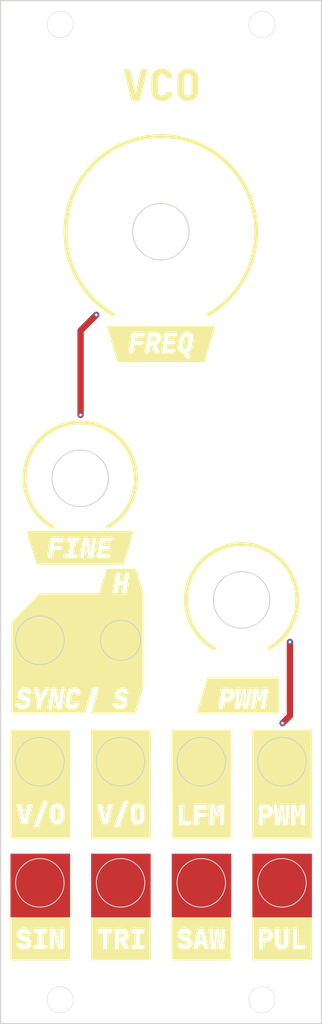
<source format=kicad_pcb>
(kicad_pcb (version 20241229) (generator "pcbnew") (generator_version "9.0")
  (layers (0 "F.Cu" signal) (2 "B.Cu" signal) (13 "F.Paste" user) (15 "B.Paste" user) (5 "F.SilkS" user "F.Silkscreen") (7 "B.SilkS" user "B.Silkscreen") (1 "F.Mask" user) (3 "B.Mask" user) (25 "Edge.Cuts" user))
  (net 0 "")
  (footprint "Eurorack Common:Thonkicon_FP" (layer "F.Cu") (at 34.655 98.12)
    (property "Reference" "J5" (hide yes))
    (property "Value" "JACK_2P" (hide yes))
    (fp_circle (center 0 6.48) (end 3.05 6.48) (stroke (width 0.12)) (fill no) (layer "Edge.Cuts"))
  )
  (footprint "kibuzzard-6913B9D9" (layer "F.Cu") (at 24.545 126.855)
    (property "Reference" "kibuzzard-6913B9D9" (hide yes))
    (property "Value" "G***" (hide yes))
    (fp_poly (pts (xy -3.749715 -2.711187) (xy -3.75 -2.711187) (xy -3.75 2.711187) (xy -3.749715 2.711187) (xy -2.025685 2.711187) (xy -2.025685 1.284247) (xy -2.272688 1.26113) (xy -2.486301 1.191781) (xy -2.660959 1.080051) (xy -2.791096 0.929795) (xy -2.872003 0.745291) (xy -2.898973 0.530822) (xy -2.398973 0.530822) (xy -2.297945 0.755137) (xy -2.179366 0.818065) (xy -2.025685 0.839041) (xy -1.876284 0.818921) (xy -1.763699 0.758562) (xy -1.669521 0.544521) (xy -1.731164 0.354452) (xy -1.912671 0.243151) (xy -2.217466 0.171233) (xy -2.481592 0.070634) (xy -2.684932 -0.094178) (xy -2.81464 -0.31036) (xy -2.857877 -0.565068) (xy -2.833714 -0.772831) (xy -2.761225 -0.94863) (xy -2.640411 -1.092466) (xy -2.47774 -1.199011) (xy -2.27968 -1.262938) (xy -2.046233 -1.284247) (xy -1.812215 -1.262747) (xy -1.612443 -1.19825) (xy -1.446918 -1.090753) (xy -1.32325 -0.946728) (xy -1.249049 -0.772641) (xy -1.224315 -0.568493) (xy -1.724315 -0.568493) (xy -1.809932 -0.77226) (xy -2.046233 -0.84589) (xy -2.275685 -0.773973) (xy -2.357877 -0.582192) (xy -2.298801 -0.422089) (xy -2.121575 -0.332192) (xy -1.806507 -0.260274) (xy -1.623668 -0.199962) (xy -1.467846 -0.105784) (xy -1.339041 0.02226) (xy -1.24296 0.176941) (xy -1.185312 0.351027) (xy -1.166096 0.544521) (xy -1.192209 0.753425) (xy -1.270548 0.934932) (xy -1.39726 1.083476) (xy -1.568493 1.193493) (xy -1.779538 1.261558) (xy -2.025685 1.284247) (xy -2.025685 2.711187) (xy -0.731164 2.711187) (xy -0.731164 1.25) (xy -0.731164 0.787671) (xy -0.234589 0.787671) (xy -0.234589 -0.787671) (xy -0.731164 -0.787671) (xy -0.731164 -1.25) (xy 0.775685 -1.25) (xy 0.775685 -0.787671) (xy 0.27911 -0.787671) (xy 0.27911 0.787671) (xy 0.775685 0.787671) (xy 0.775685 1.25) (xy -0.731164 1.25) (xy -0.731164 2.711187) (xy 1.255137 2.711187) (xy 1.255137 1.25) (xy 1.255137 -1.25) (xy 1.854452 -1.25) (xy 2.501712 0.684932) (xy 2.490582 0.548373) (xy 2.47774 0.392123) (xy 2.465325 0.226027) (xy 2.455479 0.059932) (xy 2.446918 -0.222603) (xy 2.446918 -1.25) (xy 2.898973 -1.25) (xy 2.898973 1.25) (xy 2.299658 1.25) (xy 1.659247 -0.684932) (xy 1.679795 -0.424658) (xy 1.68964 -0.273116) (xy 1.69863 -0.119863) (xy 1.707192 0.15411) (xy 1.707192 1.25) (xy 1.255137 1.25) (xy 1.255137 2.711187) (xy 3.749715 2.711187) (xy 3.75 2.711187) (xy 3.75 -2.711187) (xy 3.749715 -2.711187) (xy -3.749715 -2.711187)) (fill yes) (layer "F.SilkS"))
  )
  (footprint "Eurorack Common:Thonkicon_FP" (layer "F.Cu") (at 44.815 113.335)
    (property "Reference" "J2" (hide yes))
    (property "Value" "JACK_2P" (hide yes))
    (fp_circle (center 0 6.48) (end 3.05 6.48) (stroke (width 0.12)) (fill no) (layer "Edge.Cuts"))
  )
  (footprint "Eurorack Common:Sub-Miniature SPDT_FP" (layer "F.Cu") (at 34.655 89.36 90)
    (property "Reference" "S1" (hide yes))
    (property "Value" "TS-01" (hide yes))
    (fp_circle (center 0 0) (end 2.525 0) (stroke (width 0.12)) (fill no) (layer "Edge.Cuts"))
  )
  (footprint "Eurorack Common:Thonkicon_FP" (layer "F.Cu") (at 34.655 113.335)
    (property "Reference" "J1" (hide yes))
    (property "Value" "JACK_2P" (hide yes))
    (fp_circle (center 0 6.48) (end 3.05 6.48) (stroke (width 0.12)) (fill no) (layer "Edge.Cuts"))
  )
  (footprint "Eurorack Common:Thonkicon_FP" (layer "F.Cu") (at 24.495 98.12)
    (property "Reference" "J3" (hide yes))
    (property "Value" "JACK_2P" (hide yes))
    (fp_circle (center 0 6.48) (end 3.05 6.48) (stroke (width 0.12)) (fill no) (layer "Edge.Cuts"))
  )
  (footprint "Eurorack Common:Thonkicon_FP" (layer "F.Cu") (at 44.815 98.12)
    (property "Reference" "J6" (hide yes))
    (property "Value" "JACK_2P" (hide yes))
    (fp_circle (center 0 6.48) (end 3.05 6.48) (stroke (width 0.12)) (fill no) (layer "Edge.Cuts"))
  )
  (footprint "Eurorack Common:Thonkicon_FP" (layer "F.Cu") (at 24.495 82.88)
    (property "Reference" "J4" (hide yes))
    (property "Value" "JACK_2P" (hide yes))
    (fp_circle (center 0 6.48) (end 3.05 6.48) (stroke (width 0.12)) (fill no) (layer "Edge.Cuts"))
  )
  (footprint "Eurorack Common:Alpha Potentiometer_FP" (layer "F.Cu") (at 27.07 76.615)
    (property "Reference" "RV4" (hide yes))
    (property "Value" "100k" (hide yes))
    (fp_circle (center 2.5 -7.61) (end 6.05 -7.61) (stroke (width 0.12)) (fill no) (layer "Edge.Cuts"))
  )
  (footprint "kibuzzard-69145C96" (layer "F.Cu") (at 33.28 96.245)
    (property "Reference" "kibuzzard-69145C96" (hide yes))
    (property "Value" "G***" (hide yes))
    (fp_poly (pts (xy 0.439355 -2.283105) (xy -0.987586 -2.283105) (xy -2.357449 2.283105) (xy -0.987586 2.283105) (xy 0.439355 2.283105) (xy 1.227026 2.283105) (xy 1.227026 1.712329) (xy 0.989013 1.688784) (xy 0.78867 1.618151) (xy 0.631564 1.504709) (xy 0.523259 1.35274) (xy 0.468893 1.168664) (xy 0.473602 0.958904) (xy 0.973602 0.958904) (xy 1.040382 1.183219) (xy 1.148687 1.246147) (xy 1.298944 1.267123) (xy 1.447917 1.246147) (xy 1.572917 1.183219) (xy 1.703054 0.972603) (xy 1.672232 0.782534) (xy 1.507848 0.671233) (xy 1.213328 0.599315) (xy 0.964612 0.498716) (xy 0.786958 0.333904) (xy 0.691495 0.117723) (xy 0.689355 -0.136986) (xy 0.748525 -0.348174) (xy 0.848411 -0.525114) (xy 0.989013 -0.667808) (xy 1.165763 -0.772451) (xy 1.374096 -0.835236) (xy 1.614013 -0.856164) (xy 1.841324 -0.833476) (xy 2.030108 -0.765411) (xy 2.176941 -0.657106) (xy 2.278396 -0.513699) (xy 2.32891 -0.339897) (xy 2.322917 -0.140411) (xy 1.822917 -0.140411) (xy 1.769834 -0.344178) (xy 1.545519 -0.417808) (xy 1.304081 -0.34589) (xy 1.19278 -0.15411) (xy 1.22617 0.005993) (xy 1.387985 0.09589) (xy 1.69278 0.167808) (xy 1.940639 0.270976) (xy 2.115725 0.450342) (xy 2.207763 0.68964) (xy 2.206478 0.972603) (xy 2.147498 1.190068) (xy 2.043617 1.372146) (xy 1.894834 1.518836) (xy 1.706478 1.626332) (xy 1.483876 1.69083) (xy 1.227026 1.712329) (xy 1.227026 2.283105) (xy 2.357163 2.283105) (xy 2.357449 2.283105) (xy 2.357449 -2.283105) (xy 2.357163 -2.283105) (xy 0.439355 -2.283105)) (fill yes) (layer "F.SilkS"))
  )
  (footprint "Eurorack Common:Thonkicon_FP" (layer "F.Cu") (at 24.495 113.335)
    (property "Reference" "J12" (hide yes))
    (property "Value" "JACK_2P" (hide yes))
    (fp_circle (center 0 6.48) (end 3.05 6.48) (stroke (width 0.12)) (fill no) (layer "Edge.Cuts"))
  )
  (footprint "Eurorack Common:Thonkicon_FP" (layer "F.Cu") (at 54.975 98.12)
    (property "Reference" "J8" (hide yes))
    (property "Value" "JACK_2P" (hide yes))
    (fp_circle (center 0 6.48) (end 3.05 6.48) (stroke (width 0.12)) (fill no) (layer "Edge.Cuts"))
  )
  (footprint "kibuzzard-6913BA18" (layer "F.Cu") (at 34.695 126.855)
    (property "Reference" "kibuzzard-6913BA18" (hide yes))
    (property "Value" "G***" (hide yes))
    (fp_poly (pts (xy -0.226027 -0.140411) (xy 0.068493 -0.140411) (xy 0.220462 -0.161815) (xy 0.333904 -0.226027) (xy 0.428082 -0.465753) (xy 0.404538 -0.608733) (xy 0.333904 -0.715753) (xy 0.220462 -0.782534) (xy 0.068493 -0.804795) (xy -0.226027 -0.804795) (xy -0.226027 -0.140411)) (fill yes) (layer "F.SilkS"))
    (fp_poly (pts (xy -3.749715 -2.676941) (xy -3.75 -2.676941) (xy -3.75 2.676941) (xy -3.749715 2.676941) (xy -2.243151 2.676941) (xy -2.243151 1.25) (xy -2.243151 -0.787671) (xy -2.876712 -0.787671) (xy -2.876712 -1.25) (xy -1.09589 -1.25) (xy -1.09589 -0.787671) (xy -1.729452 -0.787671) (xy -1.729452 1.25) (xy -2.243151 1.25) (xy -2.243151 2.676941) (xy -0.732877 2.676941) (xy -0.732877 1.25) (xy -0.732877 -1.25) (xy 0.068493 -1.25) (xy 0.317637 -1.226884) (xy 0.530822 -1.157534) (xy 0.704195 -1.045377) (xy 0.833904 -0.893836) (xy 0.914812 -0.707192) (xy 0.941781 -0.489726) (xy 0.912243 -0.259418) (xy 0.82363 -0.054795) (xy 0.684503 0.110445) (xy 0.503425 0.222603) (xy 0.976027 1.25) (xy 0.417808 1.25) (xy 0.013699 0.304795) (xy -0.226027 0.304795) (xy -0.226027 1.25) (xy -0.732877 1.25) (xy -0.732877 2.676941) (xy 1.369863 2.676941) (xy 1.369863 1.25) (xy 1.369863 0.787671) (xy 1.866438 0.787671) (xy 1.866438 -0.787671) (xy 1.369863 -0.787671) (xy 1.369863 -1.25) (xy 2.876712 -1.25) (xy 2.876712 -0.787671) (xy 2.380137 -0.787671) (xy 2.380137 0.787671) (xy 2.876712 0.787671) (xy 2.876712 1.25) (xy 1.369863 1.25) (xy 1.369863 2.676941) (xy 3.749715 2.676941) (xy 3.75 2.676941) (xy 3.75 -2.676941) (xy 3.749715 -2.676941) (xy -3.749715 -2.676941)) (fill yes) (layer "F.SilkS"))
  )
  (footprint "kibuzzard-6913BFBE" (layer "F.Cu") (at 34.696667 111.195799)
    (property "Reference" "kibuzzard-6913BFBE" (hide yes))
    (property "Value" "G***" (hide yes))
    (fp_poly (pts (xy 2.114726 0.821918) (xy 2.285959 0.787671) (xy 2.388699 0.684932) (xy 2.422945 0.513699) (xy 2.422945 -0.547945) (xy 2.388699 -0.719178) (xy 2.285959 -0.821918) (xy 2.114726 -0.856164) (xy 1.943493 -0.821918) (xy 1.840753 -0.719178) (xy 1.806507 -0.547945) (xy 1.806507 0.513699) (xy 1.840753 0.684932) (xy 1.943493 0.787671) (xy 2.114726 0.821918)) (fill yes) (layer "F.SilkS"))
    (fp_poly (pts (xy -3.749715 -3.03653) (xy -3.75 -3.03653) (xy -3.75 3.03653) (xy -3.749715 3.03653) (xy -2.316781 3.03653) (xy -2.316781 1.232877) (xy -2.936644 -1.267123) (xy -2.405822 -1.267123) (xy -2.059932 0.311644) (xy -2.017123 0.520548) (xy -1.97774 0.736301) (xy -1.943493 0.520548) (xy -1.905822 0.308219) (xy -1.570205 -1.267123) (xy -1.053082 -1.267123) (xy -1.666096 1.232877) (xy -2.316781 1.232877) (xy -2.316781 3.03653) (xy -0.796233 3.03653) (xy -0.796233 1.609589) (xy 0.385274 -1.609589) (xy 0.916096 -1.609589) (xy -0.265411 1.609589) (xy -0.796233 1.609589) (xy -0.796233 3.03653) (xy 2.114726 3.03653) (xy 2.114726 1.267123) (xy 1.880708 1.243531) (xy 1.680936 1.172755) (xy 1.515411 1.054795) (xy 1.391743 0.896499) (xy 1.317542 0.704718) (xy 1.292808 0.479452) (xy 1.292808 -0.513699) (xy 1.317542 -0.740677) (xy 1.391743 -0.933029) (xy 1.515411 -1.090753) (xy 1.680936 -1.207763) (xy 1.880708 -1.277968) (xy 2.114726 -1.30137) (xy 2.348744 -1.277968) (xy 2.548516 -1.207763) (xy 2.714041 -1.090753) (xy 2.837709 -0.933029) (xy 2.91191 -0.740677) (xy 2.936644 -0.513699) (xy 2.936644 0.479452) (xy 2.91191 0.704718) (xy 2.837709 0.896499) (xy 2.714041 1.054795) (xy 2.548516 1.172755) (xy 2.348744 1.243531) (xy 2.114726 1.267123) (xy 2.114726 3.03653) (xy 3.749715 3.03653) (xy 3.75 3.03653) (xy 3.75 -3.03653) (xy 3.749715 -3.03653) (xy -3.749715 -3.03653)) (fill yes) (layer "F.SilkS"))
  )
  (footprint "kibuzzard-69145B6A" (layer "F.Cu") (at 26.246356 96.245)
    (property "Reference" "kibuzzard-69145B6A" (hide yes))
    (property "Value" "G***" (hide yes))
    (fp_poly (pts (xy -4.75 -2.283105) (xy -5.320776 -2.283105) (xy -5.320776 2.283105) (xy -4.75 2.283105) (xy -3.962329 2.283105) (xy -3.962329 1.712329) (xy -4.200342 1.688784) (xy -4.400685 1.618151) (xy -4.557791 1.504709) (xy -4.666096 1.35274) (xy -4.720462 1.168664) (xy -4.715753 0.958904) (xy -4.215753 0.958904) (xy -4.148973 1.183219) (xy -4.040668 1.246147) (xy -3.890411 1.267123) (xy -3.741438 1.246147) (xy -3.616438 1.183219) (xy -3.486301 0.972603) (xy -3.517123 0.782534) (xy -3.681507 0.671233) (xy -3.976027 0.599315) (xy -4.224743 0.498716) (xy -4.402397 0.333904) (xy -4.49786 0.117723) (xy -4.5 -0.136986) (xy -4.44083 -0.348174) (xy -4.340944 -0.525114) (xy -4.200342 -0.667808) (xy -4.023592 -0.772451) (xy -3.815259 -0.835236) (xy -3.575342 -0.856164) (xy -3.348031 -0.833476) (xy -3.159247 -0.765411) (xy -3.012414 -0.657106) (xy -2.910959 -0.513699) (xy -2.860445 -0.339897) (xy -2.866438 -0.140411) (xy -3.366438 -0.140411) (xy -3.419521 -0.344178) (xy -3.643836 -0.417808) (xy -3.885274 -0.34589) (xy -3.996575 -0.15411) (xy -3.963185 0.005993) (xy -3.80137 0.09589) (xy -3.496575 0.167808) (xy -3.248716 0.270976) (xy -3.07363 0.450342) (xy -2.981592 0.68964) (xy -2.982877 0.972603) (xy -3.041857 1.190068) (xy -3.145738 1.372146) (xy -3.294521 1.518836) (xy -3.482877 1.626332) (xy -3.705479 1.69083) (xy -3.962329 1.712329) (xy -3.962329 2.283105) (xy -2.164384 2.283105) (xy -2.164384 1.678082) (xy -2.023973 0.787671) (xy -2.486301 -0.821918) (xy -1.965753 -0.821918) (xy -1.770548 -0.068493) (xy -1.72774 0.171233) (xy -1.708904 0.376712) (xy -1.628425 0.171233) (xy -1.510274 -0.068493) (xy -1.085616 -0.821918) (xy -0.534247 -0.821918) (xy -1.510274 0.787671) (xy -1.650685 1.678082) (xy -2.164384 1.678082) (xy -2.164384 2.283105) (xy -0.674658 2.283105) (xy -0.674658 1.678082) (xy -0.277397 -0.821918) (xy 0.315068 -0.821918) (xy 0.660959 1.113014) (xy 0.672089 0.976455) (xy 0.684932 0.820205) (xy 0.699486 0.65411) (xy 0.715753 0.488014) (xy 0.75 0.205479) (xy 0.914384 -0.821918) (xy 1.366438 -0.821918) (xy 0.969178 1.678082) (xy 0.376712 1.678082) (xy 0.034247 -0.256849) (xy 0.015411 0.003425) (xy 0.002568 0.154966) (xy -0.011986 0.308219) (xy -0.047945 0.582192) (xy -0.222603 1.678082) (xy -0.674658 1.678082) (xy -0.674658 2.283105) (xy 2.222603 2.283105) (xy 2.222603 1.712329) (xy 1.991438 1.688784) (xy 1.797945 1.618151) (xy 1.648116 1.505137) (xy 1.547945 1.354452) (xy 1.5 1.170805) (xy 1.506849 0.958904) (xy 1.674658 -0.10274) (xy 1.734779 -0.324391) (xy 1.837519 -0.509893) (xy 1.982877 -0.659247) (xy 2.165906 -0.768645) (xy 2.381659 -0.834285) (xy 2.630137 -0.856164) (xy 2.857877 -0.832192) (xy 3.047945 -0.760274) (xy 3.19649 -0.645976) (xy 3.299658 -0.494863) (xy 3.351455 -0.312072) (xy 3.34589 -0.10274) (xy 2.832192 -0.10274) (xy 2.787671 -0.332192) (xy 2.561644 -0.410959) (xy 2.311644 -0.332192) (xy 2.188356 -0.10274) (xy 2.020548 0.958904) (xy 2.068493 1.186644) (xy 2.294521 1.267123) (xy 2.544521 1.186644) (xy 2.664384 0.958904) (xy 3.178082 0.958904) (xy 3.119673 1.180556) (xy 3.017504 1.366058) (xy 2.871575 1.515411) (xy 2.687595 1.62481) (xy 2.471271 1.690449) (xy 2.222603 1.712329) (xy 2.222603 2.283105) (xy 3.380137 2.283105) (xy 3.950913 2.283105) (xy 5.320776 -2.283105) (xy 3.950913 -2.283105) (xy 3.380137 -2.283105) (xy -4.75 -2.283105)) (fill yes) (layer "F.SilkS"))
  )
  (footprint "kibuzzard-6913B815" (layer "F.Cu") (at 39.73 19.595)
    (property "Reference" "kibuzzard-6913B815" (hide yes))
    (property "Value" "G***" (hide yes))
    (fp_poly (pts (xy -3.706849 2) (xy -4.69863 -2) (xy -3.849315 -2) (xy -3.29589 0.526027) (xy -3.227397 0.860274) (xy -3.164384 1.205479) (xy -3.109589 0.860274) (xy -3.049315 0.520548) (xy -2.512329 -2) (xy -1.684932 -2) (xy -2.665753 2) (xy -3.706849 2)) (fill yes) (layer "F.SilkS"))
    (fp_poly (pts (xy 0.139726 2.054795) (xy -0.235616 2.017123) (xy -0.561644 1.90411) (xy -0.829452 1.723288) (xy -1.030137 1.482192) (xy -1.155479 1.188356) (xy -1.19726 0.849315) (xy -1.19726 -0.849315) (xy -1.155479 -1.191781) (xy -1.030137 -1.484932) (xy -0.829452 -1.723973) (xy -0.561644 -1.90411) (xy -0.235616 -2.017123) (xy 0.139726 -2.054795) (xy 0.518493 -2.017123) (xy 0.843836 -1.90411) (xy 1.109589 -1.723973) (xy 1.309589 -1.484932) (xy 1.434932 -1.191781) (xy 1.476712 -0.849315) (xy 0.654795 -0.849315) (xy 0.520548 -1.216438) (xy 0.139726 -1.342466) (xy -0.241096 -1.216438) (xy -0.375342 -0.849315) (xy -0.375342 0.849315) (xy -0.241096 1.213699) (xy 0.139726 1.342466) (xy 0.520548 1.213699) (xy 0.654795 0.849315) (xy 1.476712 0.849315) (xy 1.434932 1.188356) (xy 1.309589 1.482192) (xy 1.109589 1.723288) (xy 0.843836 1.90411) (xy 0.518493 2.017123) (xy 0.139726 2.054795)) (fill yes) (layer "F.SilkS"))
    (fp_poly (pts (xy 3.383562 2.054795) (xy 3.383562 1.342466) (xy 3.657534 1.287671) (xy 3.821918 1.123288) (xy 3.876712 0.849315) (xy 3.876712 -0.849315) (xy 3.821918 -1.123288) (xy 3.657534 -1.287671) (xy 3.383562 -1.342466) (xy 3.109589 -1.287671) (xy 2.945205 -1.123288) (xy 2.890411 -0.849315) (xy 2.890411 0.849315) (xy 2.945205 1.123288) (xy 3.109589 1.287671) (xy 3.383562 1.342466) (xy 3.383562 2.054795) (xy 3.009132 2.017047) (xy 2.689498 1.903805) (xy 2.424658 1.715068) (xy 2.226788 1.461796) (xy 2.108067 1.154947) (xy 2.068493 0.794521) (xy 2.068493 -0.794521) (xy 2.108067 -1.157686) (xy 2.226788 -1.465449) (xy 2.424658 -1.717808) (xy 2.689498 -1.905023) (xy 3.009132 -2.017352) (xy 3.383562 -2.054795) (xy 3.757991 -2.017352) (xy 4.077626 -1.905023) (xy 4.342466 -1.717808) (xy 4.540335 -1.465449) (xy 4.659056 -1.157686) (xy 4.69863 -0.794521) (xy 4.69863 0.794521) (xy 4.659056 1.154947) (xy 4.540335 1.461796) (xy 4.342466 1.715068) (xy 4.077626 1.903805) (xy 3.757991 2.017047) (xy 3.383562 2.054795)) (fill yes) (layer "F.SilkS"))
  )
  (footprint "kibuzzard-6913C0A1" (layer "F.Cu") (at 44.838333 111.27)
    (property "Reference" "kibuzzard-6913C0A1" (hide yes))
    (property "Value" "G***" (hide yes))
    (fp_poly (pts (xy -3.749715 -2.962329) (xy -3.75 -2.962329) (xy -3.75 2.962329) (xy -3.749715 2.962329) (xy -2.813356 2.962329) (xy -2.813356 1.25) (xy -2.813356 -1.25) (xy -2.299658 -1.25) (xy -2.299658 0.787671) (xy -1.289384 0.787671) (xy -1.289384 1.25) (xy -2.813356 1.25) (xy -2.813356 2.962329) (xy -0.912671 2.962329) (xy -0.912671 1.25) (xy -0.912671 -1.25) (xy 0.696918 -1.25) (xy 0.696918 -0.770548) (xy -0.405822 -0.770548) (xy -0.405822 -0.215753) (xy 0.607877 -0.215753) (xy 0.607877 0.263699) (xy -0.398973 0.263699) (xy -0.398973 1.25) (xy -0.912671 1.25) (xy -0.912671 2.962329) (xy 1.046233 2.962329) (xy 1.046233 1.25) (xy 1.046233 -1.25) (xy 1.672945 -1.25) (xy 1.92637 -0.181507) (xy 2.179795 -1.25) (xy 2.813356 -1.25) (xy 2.813356 1.25) (xy 2.344178 1.25) (xy 2.344178 0.291096) (xy 2.347793 0.043189) (xy 2.358638 -0.19825) (xy 2.376712 -0.433219) (xy 2.398592 -0.655632) (xy 2.420852 -0.859399) (xy 2.443493 -1.044521) (xy 2.128425 0.188356) (xy 1.717466 0.188356) (xy 1.409247 -1.013699) (xy 1.432268 -0.851788) (xy 1.45567 -0.662861) (xy 1.479452 -0.446918) (xy 1.499429 -0.211948) (xy 1.511416 0.034056) (xy 1.515411 0.291096) (xy 1.515411 1.25) (xy 1.046233 1.25) (xy 1.046233 2.962329) (xy 3.749715 2.962329) (xy 3.75 2.962329) (xy 3.75 -2.962329) (xy 3.749715 -2.962329) (xy -3.749715 -2.962329)) (fill yes) (layer "F.SilkS"))
  )
  (footprint "kibuzzard-6913C0B3" (layer "F.Cu") (at 54.98 111.27)
    (property "Reference" "kibuzzard-6913C0B3" (hide yes))
    (property "Value" "G***" (hide yes))
    (fp_poly (pts (xy -2.383562 -0.106164) (xy -2.044521 -0.106164) (xy -1.896832 -0.130993) (xy -1.782534 -0.205479) (xy -1.709332 -0.317637) (xy -1.684932 -0.455479) (xy -1.709332 -0.593322) (xy -1.782534 -0.705479) (xy -1.896832 -0.779966) (xy -2.044521 -0.804795) (xy -2.383562 -0.804795) (xy -2.383562 -0.106164)) (fill yes) (layer "F.SilkS"))
    (fp_poly (pts (xy -3.749715 -2.962329) (xy -3.75 -2.962329) (xy -3.75 2.962329) (xy -3.749715 2.962329) (xy -2.89726 2.962329) (xy -2.89726 1.25) (xy -2.89726 -1.25) (xy -2.044521 -1.25) (xy -1.797517 -1.225171) (xy -1.583904 -1.150685) (xy -1.409247 -1.031678) (xy -1.27911 -0.873288) (xy -1.198202 -0.679795) (xy -1.171233 -0.455479) (xy -1.19863 -0.233305) (xy -1.280822 -0.039384) (xy -1.411815 0.120291) (xy -1.585616 0.239726) (xy -1.797945 0.314212) (xy -2.044521 0.339041) (xy -2.383562 0.339041) (xy -2.383562 1.25) (xy -2.89726 1.25) (xy -2.89726 2.962329) (xy -0.80137 2.962329) (xy -0.80137 1.25) (xy -1.034247 -1.25) (xy -0.626712 -1.25) (xy -0.5 0.421233) (xy -0.491438 0.556507) (xy -0.481164 0.738014) (xy -0.476027 0.907534) (xy -0.460616 0.738014) (xy -0.443493 0.556507) (xy -0.431507 0.421233) (xy -0.232877 -1.25) (xy 0.157534 -1.25) (xy 0.349315 0.421233) (xy 0.364726 0.556507) (xy 0.383562 0.738014) (xy 0.400685 0.907534) (xy 0.407534 0.738014) (xy 0.416096 0.556507) (xy 0.424658 0.421233) (xy 0.541096 -1.25) (xy 0.952055 -1.25) (xy 0.702055 1.25) (xy 0.167808 1.25) (xy 0 -0.410959) (xy -0.011986 -0.563356) (xy -0.027397 -0.760274) (xy -0.041096 -0.941781) (xy -0.05137 -0.760274) (xy -0.065068 -0.563356) (xy -0.078767 -0.410959) (xy -0.263699 1.25) (xy -0.80137 1.25) (xy -0.80137 2.962329) (xy 1.130137 2.962329) (xy 1.130137 1.25) (xy 1.130137 -1.25) (xy 1.756849 -1.25) (xy 2.010274 -0.181507) (xy 2.263699 -1.25) (xy 2.89726 -1.25) (xy 2.89726 1.25) (xy 2.428082 1.25) (xy 2.428082 0.291096) (xy 2.431697 0.043189) (xy 2.442542 -0.19825) (xy 2.460616 -0.433219) (xy 2.482496 -0.655632) (xy 2.504756 -0.859399) (xy 2.527397 -1.044521) (xy 2.212329 0.188356) (xy 1.80137 0.188356) (xy 1.493151 -1.013699) (xy 1.516172 -0.851788) (xy 1.539574 -0.662861) (xy 1.563356 -0.446918) (xy 1.583333 -0.211948) (xy 1.59532 0.034056) (xy 1.599315 0.291096) (xy 1.599315 1.25) (xy 1.130137 1.25) (xy 1.130137 2.962329) (xy 3.749715 2.962329) (xy 3.75 2.962329) (xy 3.75 -2.962329) (xy 3.749715 -2.962329) (xy -3.749715 -2.962329)) (fill yes) (layer "F.SilkS"))
  )
  (footprint "kibuzzard-6914850D" (layer "F.Cu") (at 34.74 81.91)
    (property "Reference" "kibuzzard-6914850D" (hide yes))
    (property "Value" "G***" (hide yes))
    (fp_poly (pts (xy -1 -1.535531) (xy -1.856164 -1.535531) (xy -2.777483 1.535531) (xy -1.856164 1.535531) (xy -1 1.535531) (xy -1 1.535245) (xy -0.60274 -0.964755) (xy -0.089041 -0.964755) (xy -0.243151 0.007848) (xy 0.332192 0.007848) (xy 0.486301 -0.964755) (xy 1 -0.964755) (xy 0.60274 1.535245) (xy 0.089041 1.535245) (xy 0.256849 0.470177) (xy -0.318493 0.470177) (xy -0.486301 1.535245) (xy -1 1.535245) (xy -1 1.535531) (xy 1 1.535531) (xy 1.856164 1.535531) (xy 2.777483 1.535531) (xy 1.856164 -1.535531) (xy 1 -1.535531) (xy -1 -1.535531)) (fill yes) (layer "F.SilkS"))
  )
  (footprint "kibuzzard-69146565" (layer "F.Cu") (at 39.755 52.12)
    (property "Reference" "kibuzzard-69146565" (hide yes))
    (property "Value" "G***" (hide yes))
    (fp_poly (pts (xy -1.282534 -0.288813) (xy -0.984589 -0.288813) (xy -0.829195 -0.310217) (xy -0.705479 -0.374429) (xy -0.618579 -0.477169) (xy -0.57363 -0.614155) (xy -0.626712 -0.864155) (xy -0.72988 -0.930936) (xy -0.878425 -0.953196) (xy -1.17637 -0.953196) (xy -1.282534 -0.288813)) (fill yes) (layer "F.SilkS"))
    (fp_poly (pts (xy 2.97089 0.687215) (xy 3.217466 0.608447) (xy 3.327055 0.38242) (xy 3.494863 -0.679224) (xy 3.453767 -0.908676) (xy 3.238014 -0.987443) (xy 2.996575 -0.908676) (xy 2.878425 -0.679224) (xy 2.710616 0.38242) (xy 2.75 0.608447) (xy 2.97089 0.687215)) (fill yes) (layer "F.SilkS"))
    (fp_poly (pts (xy -4.046233 -2.288813) (xy -5.473174 -2.288813) (xy -6.846461 -2.288813) (xy -5.473174 2.288813) (xy -4.046233 2.288813) (xy -4.046233 1.101598) (xy -3.648973 -1.398402) (xy -2.039384 -1.398402) (xy -2.118151 -0.91895) (xy -3.22089 -0.91895) (xy -3.306507 -0.364155) (xy -2.292808 -0.364155) (xy -2.368151 0.115297) (xy -3.375 0.115297) (xy -3.532534 1.101598) (xy -4.046233 1.101598) (xy -4.046233 2.288813) (xy -2.005137 2.288813) (xy -2.005137 1.101598) (xy -1.607877 -1.398402) (xy -0.806507 -1.398402) (xy -0.566353 -1.374429) (xy -0.366438 -1.302511) (xy -0.210616 -1.187785) (xy -0.10274 -1.035388) (xy -0.049229 -0.850457) (xy -0.056507 -0.638128) (xy -0.120719 -0.403967) (xy -0.238014 -0.201484) (xy -0.401541 -0.039241) (xy -0.604452 0.074201) (xy -0.296233 1.101598) (xy -0.837329 1.101598) (xy -1.090753 0.156393) (xy -1.351027 0.156393) (xy -1.501712 1.101598) (xy -2.005137 1.101598) (xy -2.005137 2.288813) (xy 0.097603 2.288813) (xy 0.097603 1.101598) (xy 0.494863 -1.398402) (xy 2.035959 -1.398402) (xy 1.964041 -0.960046) (xy 0.92637 -0.960046) (xy 0.837329 -0.398402) (xy 1.755137 -0.398402) (xy 1.686644 0.039954) (xy 0.768836 0.039954) (xy 0.669521 0.663242) (xy 1.707192 0.663242) (xy 1.638699 1.101598) (xy 0.097603 1.101598) (xy 0.097603 2.288813) (xy 3.166096 2.288813) (xy 3.166096 1.718037) (xy 2.905822 1.135845) (xy 2.898973 1.135845) (xy 2.671661 1.1123) (xy 2.482877 1.041667) (xy 2.336901 0.928225) (xy 2.238014 0.776256) (xy 2.190068 0.59218) (xy 2.196918 0.38242) (xy 2.364726 -0.679224) (xy 2.425086 -0.893265) (xy 2.530822 -1.076484) (xy 2.677226 -1.225885) (xy 2.859589 -1.33847) (xy 3.07149 -1.409104) (xy 3.306507 -1.432648) (xy 3.533818 -1.409104) (xy 3.722603 -1.33847) (xy 3.869007 -1.225457) (xy 3.969178 -1.074772) (xy 4.017551 -0.891124) (xy 4.008562 -0.679224) (xy 3.840753 0.38242) (xy 3.784247 0.594749) (xy 3.683219 0.77968) (xy 3.541096 0.930365) (xy 3.361301 1.039954) (xy 3.669521 1.718037) (xy 3.166096 1.718037) (xy 3.166096 2.288813) (xy 4.046233 2.288813) (xy 5.473174 2.288813) (xy 6.846461 -2.288813) (xy 5.473174 -2.288813) (xy 4.046233 -2.288813) (xy -4.046233 -2.288813)) (fill yes) (layer "F.SilkS"))
  )
  (footprint "kibuzzard-6913BA26" (layer "F.Cu") (at 54.995 126.855)
    (property "Reference" "kibuzzard-6913BA26" (hide yes))
    (property "Value" "G***" (hide yes))
    (fp_poly (pts (xy -2.386986 -0.123288) (xy -2.047945 -0.123288) (xy -1.900257 -0.148116) (xy -1.785959 -0.222603) (xy -1.712757 -0.33476) (xy -1.688356 -0.472603) (xy -1.712757 -0.610445) (xy -1.785959 -0.722603) (xy -1.900257 -0.797089) (xy -2.047945 -0.821918) (xy -2.386986 -0.821918) (xy -2.386986 -0.123288)) (fill yes) (layer "F.SilkS"))
    (fp_poly (pts (xy -3.749715 -2.694064) (xy -3.75 -2.694064) (xy -3.75 2.694064) (xy -3.749715 2.694064) (xy -2.900685 2.694064) (xy -2.900685 1.232877) (xy -2.900685 -1.267123) (xy -2.047945 -1.267123) (xy -1.800942 -1.242295) (xy -1.587329 -1.167808) (xy -1.412671 -1.048801) (xy -1.282534 -0.890411) (xy -1.201627 -0.696918) (xy -1.174658 -0.472603) (xy -1.202055 -0.250428) (xy -1.284247 -0.056507) (xy -1.41524 0.103168) (xy -1.589041 0.222603) (xy -1.80137 0.297089) (xy -2.047945 0.321918) (xy -2.386986 0.321918) (xy -2.386986 1.232877) (xy -2.900685 1.232877) (xy -2.900685 2.694064) (xy -0.044521 2.694064) (xy -0.044521 1.267123) (xy -0.280251 1.244292) (xy -0.480594 1.175799) (xy -0.645548 1.061644) (xy -0.768265 0.907915) (xy -0.841895 0.7207) (xy -0.866438 0.5) (xy -0.866438 -1.267123) (xy -0.35274 -1.267123) (xy -0.35274 0.496575) (xy -0.27226 0.738014) (xy -0.044521 0.821918) (xy 0.181507 0.738014) (xy 0.263699 0.496575) (xy 0.263699 -1.267123) (xy 0.777397 -1.267123) (xy 0.777397 0.5) (xy 0.752854 0.718988) (xy 0.679224 0.905632) (xy 0.556507 1.059932) (xy 0.391553 1.175038) (xy 0.19121 1.244102) (xy -0.044521 1.267123) (xy -0.044521 2.694064) (xy 1.376712 2.694064) (xy 1.376712 1.232877) (xy 1.376712 -1.267123) (xy 1.890411 -1.267123) (xy 1.890411 0.770548) (xy 2.900685 0.770548) (xy 2.900685 1.232877) (xy 1.376712 1.232877) (xy 1.376712 2.694064) (xy 3.749715 2.694064) (xy 3.75 2.694064) (xy 3.75 -2.694064) (xy 3.749715 -2.694064) (xy -3.749715 -2.694064)) (fill yes) (layer "F.SilkS"))
  )
  (footprint "kibuzzard-6913BFB2" (layer "F.Cu") (at 24.555 111.195799)
    (property "Reference" "kibuzzard-6913BFB2" (hide yes))
    (property "Value" "G***" (hide yes))
    (fp_poly (pts (xy 2.114726 0.821918) (xy 2.285959 0.787671) (xy 2.388699 0.684932) (xy 2.422945 0.513699) (xy 2.422945 -0.547945) (xy 2.388699 -0.719178) (xy 2.285959 -0.821918) (xy 2.114726 -0.856164) (xy 1.943493 -0.821918) (xy 1.840753 -0.719178) (xy 1.806507 -0.547945) (xy 1.806507 0.513699) (xy 1.840753 0.684932) (xy 1.943493 0.787671) (xy 2.114726 0.821918)) (fill yes) (layer "F.SilkS"))
    (fp_poly (pts (xy -3.749715 -3.03653) (xy -3.75 -3.03653) (xy -3.75 3.03653) (xy -3.749715 3.03653) (xy -2.316781 3.03653) (xy -2.316781 1.232877) (xy -2.936644 -1.267123) (xy -2.405822 -1.267123) (xy -2.059932 0.311644) (xy -2.017123 0.520548) (xy -1.97774 0.736301) (xy -1.943493 0.520548) (xy -1.905822 0.308219) (xy -1.570205 -1.267123) (xy -1.053082 -1.267123) (xy -1.666096 1.232877) (xy -2.316781 1.232877) (xy -2.316781 3.03653) (xy -0.796233 3.03653) (xy -0.796233 1.609589) (xy 0.385274 -1.609589) (xy 0.916096 -1.609589) (xy -0.265411 1.609589) (xy -0.796233 1.609589) (xy -0.796233 3.03653) (xy 2.114726 3.03653) (xy 2.114726 1.267123) (xy 1.880708 1.243531) (xy 1.680936 1.172755) (xy 1.515411 1.054795) (xy 1.391743 0.896499) (xy 1.317542 0.704718) (xy 1.292808 0.479452) (xy 1.292808 -0.513699) (xy 1.317542 -0.740677) (xy 1.391743 -0.933029) (xy 1.515411 -1.090753) (xy 1.680936 -1.207763) (xy 1.880708 -1.277968) (xy 2.114726 -1.30137) (xy 2.348744 -1.277968) (xy 2.548516 -1.207763) (xy 2.714041 -1.090753) (xy 2.837709 -0.933029) (xy 2.91191 -0.740677) (xy 2.936644 -0.513699) (xy 2.936644 0.479452) (xy 2.91191 0.704718) (xy 2.837709 0.896499) (xy 2.714041 1.054795) (xy 2.548516 1.172755) (xy 2.348744 1.243531) (xy 2.114726 1.267123) (xy 2.114726 3.03653) (xy 3.749715 3.03653) (xy 3.75 3.03653) (xy 3.75 -3.03653) (xy 3.749715 -3.03653) (xy -3.749715 -3.03653)) (fill yes) (layer "F.SilkS"))
  )
  (footprint "kibuzzard-69146630" (layer "F.Cu") (at 49.435 96.279247)
    (property "Reference" "kibuzzard-69146630" (hide yes))
    (property "Value" "G***" (hide yes))
    (fp_poly (pts (xy -1.688356 0.304795) (xy -1.349315 0.304795) (xy -1.198202 0.282106) (xy -1.07363 0.214041) (xy -0.984161 0.108305) (xy -0.938356 -0.027397) (xy -0.998288 -0.268836) (xy -1.102312 -0.336901) (xy -1.246575 -0.359589) (xy -1.585616 -0.359589) (xy -1.688356 0.304795)) (fill yes) (layer "F.SilkS"))
    (fp_poly (pts (xy -2.421233 -2.248858) (xy -3.848174 -2.248858) (xy -5.197489 2.248858) (xy -3.848174 2.248858) (xy -2.421233 2.248858) (xy -2.421233 1.678082) (xy -2.023973 -0.821918) (xy -1.171233 -0.821918) (xy -0.92851 -0.797089) (xy -0.72774 -0.722603) (xy -0.572774 -0.603596) (xy -0.467466 -0.445205) (xy -0.416524 -0.251712) (xy -0.424658 -0.027397) (xy -0.487158 0.194777) (xy -0.599315 0.388699) (xy -0.755137 0.548373) (xy -0.94863 0.667808) (xy -1.173801 0.742295) (xy -1.424658 0.767123) (xy -1.763699 0.767123) (xy -1.907534 1.678082) (xy -2.421233 1.678082) (xy -2.421233 2.248858) (xy -0.325342 2.248858) (xy -0.325342 1.678082) (xy -0.160959 -0.821918) (xy 0.236301 -0.821918) (xy 0.09589 0.849315) (xy 0.083904 0.984589) (xy 0.065068 1.166096) (xy 0.044521 1.335616) (xy 0.087329 1.166096) (xy 0.131849 0.984589) (xy 0.164384 0.849315) (xy 0.630137 -0.821918) (xy 1.020548 -0.821918) (xy 0.945205 0.849315) (xy 0.940068 0.984589) (xy 0.929795 1.166096) (xy 0.921233 1.335616) (xy 0.953767 1.166096) (xy 0.991438 0.984589) (xy 1.020548 0.849315) (xy 1.40411 -0.821918) (xy 1.825342 -0.821918) (xy 1.178082 1.678082) (xy 0.643836 1.678082) (xy 0.739726 0.017123) (xy 0.75 -0.135274) (xy 0.765411 -0.332192) (xy 0.780822 -0.513699) (xy 0.741438 -0.332192) (xy 0.69863 -0.135274) (xy 0.660959 0.017123) (xy 0.212329 1.678082) (xy -0.325342 1.678082) (xy -0.325342 2.248858) (xy 1.606164 2.248858) (xy 1.606164 1.678082) (xy 2.003425 -0.821918) (xy 2.616438 -0.821918) (xy 2.69863 0.246575) (xy 3.123288 -0.821918) (xy 3.770548 -0.821918) (xy 3.373288 1.678082) (xy 2.90411 1.678082) (xy 3.054795 0.719178) (xy 3.097032 0.471271) (xy 3.146119 0.229833) (xy 3.202055 -0.005137) (xy 3.259893 -0.227549) (xy 3.314688 -0.431317) (xy 3.366438 -0.616438) (xy 2.856164 0.616438) (xy 2.445205 0.616438) (xy 2.328767 -0.585616) (xy 2.32149 -0.33262) (xy 2.306507 -0.018836) (xy 2.289193 0.216134) (xy 2.262367 0.462139) (xy 2.226027 0.719178) (xy 2.075342 1.678082) (xy 1.606164 1.678082) (xy 1.606164 2.248858) (xy 3.770548 2.248858) (xy 5.197489 2.248858) (xy 5.197489 -2.248858) (xy 3.770548 -2.248858) (xy -2.421233 -2.248858)) (fill yes) (layer "F.SilkS"))
  )
  (footprint "Eurorack Common:Alpha Potentiometer_FP" (layer "F.Cu") (at 37.22 45.64)
    (property "Reference" "RV3" (hide yes))
    (property "Value" "10k" (hide yes))
    (fp_circle (center 2.5 -7.61) (end 6.05 -7.61) (stroke (width 0.12)) (fill no) (layer "Edge.Cuts"))
  )
  (footprint "kibuzzard-6913BA1D" (layer "F.Cu") (at 44.845 126.855)
    (property "Reference" "kibuzzard-6913BA1D" (hide yes))
    (property "Value" "G***" (hide yes))
    (fp_poly (pts (xy -0.275685 0.273973) (xy 0.145548 0.273973) (xy 0.025685 -0.328767) (xy -0.023973 -0.587329) (xy -0.063356 -0.787671) (xy -0.099315 -0.589041) (xy -0.148973 -0.332192) (xy -0.275685 0.273973)) (fill yes) (layer "F.SilkS"))
    (fp_poly (pts (xy -3.749715 -2.711187) (xy -3.75 -2.711187) (xy -3.75 2.711187) (xy -3.749715 2.711187) (xy -2.111301 2.711187) (xy -2.111301 1.284247) (xy -2.358305 1.26113) (xy -2.571918 1.191781) (xy -2.746575 1.080051) (xy -2.876712 0.929795) (xy -2.95762 0.745291) (xy -2.984589 0.530822) (xy -2.484589 0.530822) (xy -2.383562 0.755137) (xy -2.264983 0.818065) (xy -2.111301 0.839041) (xy -1.961901 0.818921) (xy -1.849315 0.758562) (xy -1.755137 0.544521) (xy -1.816781 0.354452) (xy -1.998288 0.243151) (xy -2.303082 0.171233) (xy -2.567209 0.070634) (xy -2.770548 -0.094178) (xy -2.900257 -0.31036) (xy -2.943493 -0.565068) (xy -2.91933 -0.772831) (xy -2.846842 -0.94863) (xy -2.726027 -1.092466) (xy -2.563356 -1.199011) (xy -2.365297 -1.262938) (xy -2.131849 -1.284247) (xy -1.897831 -1.262747) (xy -1.698059 -1.19825) (xy -1.532534 -1.090753) (xy -1.408866 -0.946728) (xy -1.334665 -0.772641) (xy -1.309932 -0.568493) (xy -1.809932 -0.568493) (xy -1.895548 -0.77226) (xy -2.131849 -0.84589) (xy -2.361301 -0.773973) (xy -2.443493 -0.582192) (xy -2.384418 -0.422089) (xy -2.207192 -0.332192) (xy -1.892123 -0.260274) (xy -1.709285 -0.199962) (xy -1.553463 -0.105784) (xy -1.424658 0.02226) (xy -1.328577 0.176941) (xy -1.270928 0.351027) (xy -1.251712 0.544521) (xy -1.277825 0.753425) (xy -1.356164 0.934932) (xy -1.482877 1.083476) (xy -1.65411 1.193493) (xy -1.865154 1.261558) (xy -2.111301 1.284247) (xy -2.111301 2.711187) (xy -1.005137 2.711187) (xy -1.005137 1.25) (xy -0.392123 -1.25) (xy 0.258562 -1.25) (xy 0.878425 1.25) (xy 0.354452 1.25) (xy 0.234589 0.684932) (xy -0.361301 0.684932) (xy -0.481164 1.25) (xy -1.005137 1.25) (xy -1.005137 2.711187) (xy 1.231164 2.711187) (xy 1.231164 1.25) (xy 0.998288 -1.25) (xy 1.405822 -1.25) (xy 1.532534 0.421233) (xy 1.541096 0.556507) (xy 1.55137 0.738014) (xy 1.556507 0.907534) (xy 1.571918 0.738014) (xy 1.589041 0.556507) (xy 1.601027 0.421233) (xy 1.799658 -1.25) (xy 2.190068 -1.25) (xy 2.381849 0.421233) (xy 2.39726 0.556507) (xy 2.416096 0.738014) (xy 2.433219 0.907534) (xy 2.440068 0.738014) (xy 2.44863 0.556507) (xy 2.457192 0.421233) (xy 2.57363 -1.25) (xy 2.984589 -1.25) (xy 2.734589 1.25) (xy 2.200342 1.25) (xy 2.032534 -0.410959) (xy 2.020548 -0.563356) (xy 2.005137 -0.760274) (xy 1.991438 -0.941781) (xy 1.981164 -0.760274) (xy 1.967466 -0.563356) (xy 1.953767 -0.410959) (xy 1.768836 1.25) (xy 1.231164 1.25) (xy 1.231164 2.711187) (xy 3.749715 2.711187) (xy 3.75 2.711187) (xy 3.75 -2.711187) (xy 3.749715 -2.711187) (xy -3.749715 -2.711187)) (fill yes) (layer "F.SilkS"))
  )
  (footprint "Eurorack Common:Alpha Potentiometer_FP" (layer "F.Cu") (at 47.395 91.89)
    (property "Reference" "RV5" (hide yes))
    (property "Value" "100k" (hide yes))
    (fp_circle (center 2.5 -7.61) (end 6.05 -7.61) (stroke (width 0.12)) (fill no) (layer "Edge.Cuts"))
  )
  (footprint "kibuzzard-6914653B" (layer "F.Cu") (at 29.565 77.735)
    (property "Reference" "kibuzzard-6914653B" (hide yes))
    (property "Value" "G***" (hide yes))
    (fp_poly (pts (xy -4.068493 -2.106164) (xy -5.495434 -2.106164) (xy -6.759132 -2.106164) (xy -5.495434 2.106164) (xy -4.068493 2.106164) (xy -4.068493 1.25) (xy -3.671233 -1.25) (xy -2.061644 -1.25) (xy -2.140411 -0.770548) (xy -3.243151 -0.770548) (xy -3.328767 -0.215753) (xy -2.315068 -0.215753) (xy -2.390411 0.263699) (xy -3.39726 0.263699) (xy -3.554795 1.25) (xy -4.068493 1.25) (xy -4.068493 2.106164) (xy -1.979452 2.106164) (xy -1.979452 1.25) (xy -1.907534 0.804795) (xy -1.410959 0.804795) (xy -1.157534 -0.804795) (xy -1.65411 -0.804795) (xy -1.582192 -1.25) (xy -0.075342 -1.25) (xy -0.14726 -0.804795) (xy -0.643836 -0.804795) (xy -0.89726 0.804795) (xy -0.400685 0.804795) (xy -0.472603 1.25) (xy -1.979452 1.25) (xy -1.979452 2.106164) (xy 0.006849 2.106164) (xy 0.006849 1.25) (xy 0.40411 -1.25) (xy 0.996575 -1.25) (xy 1.342466 0.684932) (xy 1.353596 0.548373) (xy 1.366438 0.392123) (xy 1.380993 0.226027) (xy 1.39726 0.059932) (xy 1.431507 -0.222603) (xy 1.59589 -1.25) (xy 2.047945 -1.25) (xy 1.650685 1.25) (xy 1.058219 1.25) (xy 0.715753 -0.684932) (xy 0.696918 -0.424658) (xy 0.684075 -0.273116) (xy 0.669521 -0.119863) (xy 0.633562 0.15411) (xy 0.458904 1.25) (xy 0.006849 1.25) (xy 0.006849 2.106164) (xy 2.130137 2.106164) (xy 2.130137 1.25) (xy 2.527397 -1.25) (xy 4.068493 -1.25) (xy 3.996575 -0.811644) (xy 2.958904 -0.811644) (xy 2.869863 -0.25) (xy 3.787671 -0.25) (xy 3.719178 0.188356) (xy 2.80137 0.188356) (xy 2.702055 0.811644) (xy 3.739726 0.811644) (xy 3.671233 1.25) (xy 2.130137 1.25) (xy 2.130137 2.106164) (xy 4.068493 2.106164) (xy 5.495434 2.106164) (xy 6.759132 -2.106164) (xy 5.495434 -2.106164) (xy 4.068493 -2.106164) (xy -4.068493 -2.106164)) (fill yes) (layer "F.SilkS"))
  )
  (footprint "Eurorack Common:Thonkicon_FP" (layer "F.Cu") (at 54.975 113.335)
    (property "Reference" "J7" (hide yes))
    (property "Value" "JACK_2P" (hide yes))
    (fp_circle (center 0 6.48) (end 3.05 6.48) (stroke (width 0.12)) (fill no) (layer "Edge.Cuts"))
  )
  (gr_rect (start 41.095 116.155) (end 48.595 124.155) (fill yes) (layers "F.Cu" "F.Mask") (net 1))
  (gr_rect (start 30.945 116.155) (end 38.445 124.155) (fill yes) (layers "F.Cu" "F.Mask") (net 1))
  (gr_rect (start 20.795 116.155) (end 28.295 124.155) (fill yes) (layers "F.Cu" "F.Mask") (net 1))
  (gr_rect (start 51.245 116.155) (end 58.745 124.155) (fill yes) (layers "F.Cu" "F.Mask") (net 1))
  (gr_rect (start 51.230285 100.575593) (end 58.73 108.564406) (fill yes) (layer "F.SilkS"))
  (gr_rect (start 41.088571 100.575593) (end 48.588286 108.564406) (fill yes) (layer "F.SilkS"))
  (gr_poly (pts (xy 24.52558 83.445) (xy 20.92558 87.045) (xy 20.92558 95.245) (xy 37.52558 95.245) (xy 37.52558 83.445)) (fill yes) (layer "F.SilkS"))
  (gr_arc (start 33.705 48.42) (mid 39.737239 26.0245) (end 45.705136 48.437231) (stroke (width 0.5)) (layer "F.SilkS"))
  (gr_rect (start 20.805143 100.575593) (end 28.304858 108.564406) (fill yes) (layer "F.SilkS"))
  (gr_poly (pts (xy 37.52558 95.245) (xy 35.635 95.245) (xy 35.637449 98.528105) (xy 36.535 98.528105)) (fill yes) (layer "F.SilkS"))
  (gr_arc (start 26.071936 75.076892) (mid 29.563109 61.997556) (end 33.08 75.07) (stroke (width 0.5)) (layer "F.SilkS"))
  (gr_arc (start 46.396936 90.351892) (mid 49.888109 77.272556) (end 53.405 90.345) (stroke (width 0.5)) (layer "F.SilkS"))
  (gr_rect (start 30.946857 100.575593) (end 38.446572 108.564406) (fill yes) (layer "F.SilkS"))
  (gr_circle (center 27.05 134.5) (end 28.7 134.5) (stroke (width 0.05)) (fill no) (layer "Edge.Cuts"))
  (gr_circle (center 52.45 134.5) (end 54.1 134.5) (stroke (width 0.05)) (fill no) (layer "Edge.Cuts"))
  (gr_rect (start 19.55 9) (end 59.95 137.5) (stroke (width 0.15)) (fill no) (layer "Edge.Cuts"))
  (gr_circle (center 52.45 12) (end 54.1 12) (stroke (width 0.05)) (fill no) (layer "Edge.Cuts"))
  (gr_circle (center 27.05 12) (end 28.7 12) (stroke (width 0.05)) (fill no) (layer "Edge.Cuts"))
  (segment (start 55.98 98.83) (end 55.98 89.56) (width 0.8) (layers "F.Cu" "F.Mask") (net 0))
  (segment (start 55.05 99.76) (end 55.98 98.83) (width 0.8) (layers "F.Cu" "F.Mask") (net 0))
  (segment (start 29.62 61.05) (end 29.62 50.45) (width 0.8) (layers "F.Cu" "F.Mask") (net 0))
  (segment (start 29.62 50.45) (end 31.6 48.47) (width 0.8) (layers "F.Cu" "F.Mask") (net 0))
  (via (at 31.6 48.47) (size 0.6) (drill 0.3) (layers "F.Cu" "B.Cu") (net 0))
  (via (at 55.98 89.56) (size 0.6) (drill 0.3) (layers "F.Cu" "B.Cu") (net 0))
  (via (at 29.62 61.05) (size 0.6) (drill 0.3) (layers "F.Cu" "B.Cu") (net 0))
  (via (at 55.05 99.76) (size 0.6) (drill 0.3) (layers "F.Cu" "B.Cu") (net 0))
)
</source>
